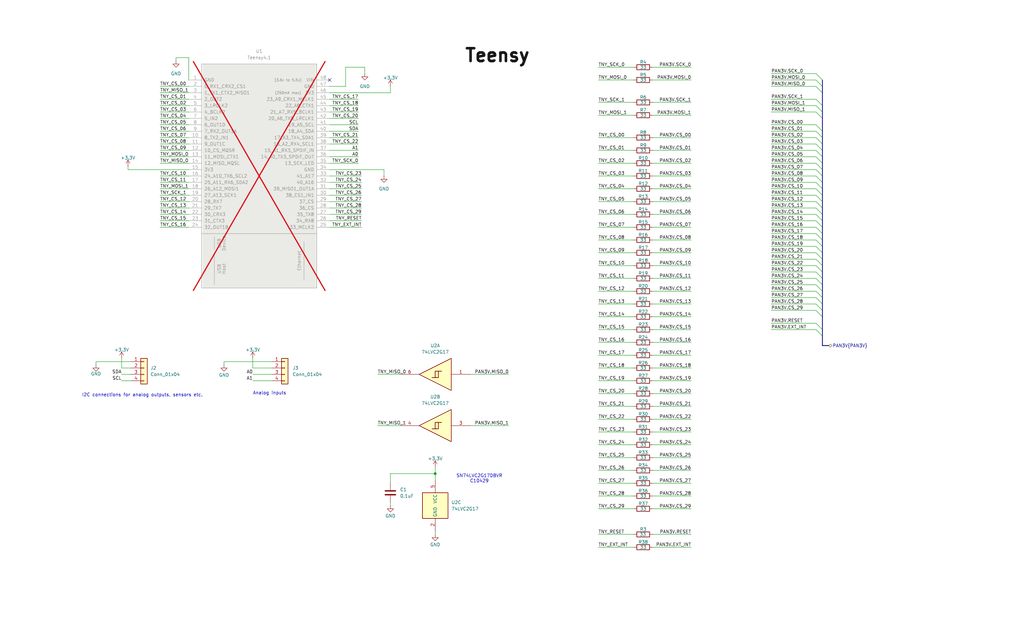
<source format=kicad_sch>
(kicad_sch (version 20231120) (generator "eeschema") (generator_version "8.0")
  (paper "User" 406.4 254)
  (title_block (title "12-12 Teensy G4.1 Arena Modular LED Display") (date "2024-12-23") (rev "v0.3") (company "IORodeo for Reiserlab @ Janelia"))
  (lib_symbols
    (symbol "74xGxx:74LVC2G17"
      (property "Reference" "U" (at -1.27 7.62 0))
      (property "Value" "74LVC2G17" (at 2.54 -7.62 0))
      (symbol "74LVC2G17_1_1"
        (pin input line (at -15.24 0 0) (length 7.62) (name "~") (number "1"))
        (pin output line (at 12.7 0 180) (length 7.62) (name "~") (number "6"))
      )
      (symbol "74LVC2G17_2_1"
        (pin input line (at -15.24 0 0) (length 7.62) (name "~") (number "3"))
        (pin output line (at 12.7 0 180) (length 7.62) (name "~") (number "4"))
      )
      (symbol "74LVC2G17_3_1"
        (pin power_in line (at 0 -10.16 90) (length 5.08) (name "GND") (number "2"))
        (pin power_in line (at 0 10.16 270) (length 5.08) (name "VCC") (number "5"))
      )
    )
    (symbol "Connector_Generic:Conn_01x04" (pin_names (offset 1.016) hide)
      (property "Reference" "J" (at 0 5.08 0))
      (property "Value" "Conn_01x04" (at 0 -7.62 0))
      (symbol "Conn_01x04_1_1"
        (pin passive line (at -5.08 2.54 0) (length 3.81) (name "Pin_1") (number "1"))
        (pin passive line (at -5.08 0 0) (length 3.81) (name "Pin_2") (number "2"))
        (pin passive line (at -5.08 -2.54 0) (length 3.81) (name "Pin_3") (number "3"))
        (pin passive line (at -5.08 -5.08 0) (length 3.81) (name "Pin_4") (number "4"))
      )
    )
    (symbol "Device:C" (pin_numbers hide) (pin_names (offset 0.254))
      (property "Reference" "C" (at 0.635 2.54 0))
      (property "Value" "C" (at 0.635 -2.54 0))
      (symbol "C_1_1"
        (pin passive line (at 0 3.81 270) (length 2.794) (name "~") (number "1"))
        (pin passive line (at 0 -3.81 90) (length 2.794) (name "~") (number "2"))
      )
    )
    (symbol "Device:R" (pin_numbers hide) (pin_names (offset 0))
      (property "Reference" "R" (at 2.032 0 90))
      (property "Value" "R" (at 0 0 90))
      (symbol "R_1_1"
        (pin passive line (at 0 3.81 270) (length 1.27) (name "~") (number "1"))
        (pin passive line (at 0 -3.81 90) (length 1.27) (name "~") (number "2"))
      )
    )
    (symbol "arena_custom:Teensy4.1" (pin_names (offset 1.016))
      (property "Reference" "U" (at 0 64.77 0))
      (property "Value" "Teensy4.1" (at 0 62.23 0))
      (symbol "Teensy4.1_0_0"
        (text "(250mA max)" (at 11.43 49.53 0) (effects (font (size 1.016 1.016))))
        (text "(3.6v to 5.5v)" (at 11.43 54.61 0) (effects (font (size 1.016 1.016))))
        (text "Device" (at -13.97 -10.16 900) (effects (font (size 1.27 1.27))))
        (text "Ethernet" (at 15.875 -17.145 900) (effects (font (size 1.27 1.27))))
        (text "Host" (at -13.97 -20.32 900) (effects (font (size 1.27 1.27))))
        (text "USB" (at -15.875 -20.32 900) (effects (font (size 1.27 1.27))))
        (text "USB" (at -15.875 -10.16 900) (effects (font (size 1.27 1.27))))
        (pin bidirectional line (at -27.94 31.75 0) (length 5.08) (name "8_TX2_IN1") (number "10"))
        (pin bidirectional line (at -27.94 29.21 0) (length 5.08) (name "9_OUT1C") (number "11"))
        (pin bidirectional line (at -27.94 26.67 0) (length 5.08) (name "10_CS_MQSR") (number "12"))
        (pin bidirectional line (at -27.94 24.13 0) (length 5.08) (name "11_MOSI_CTX1") (number "13"))
        (pin bidirectional line (at -27.94 21.59 0) (length 5.08) (name "12_MISO_MQSL") (number "14"))
        (pin power_in line (at -27.94 19.05 0) (length 5.08) (name "3V3") (number "15"))
        (pin bidirectional line (at -27.94 16.51 0) (length 5.08) (name "24_A10_TX6_SCL2") (number "16"))
        (pin bidirectional line (at -27.94 13.97 0) (length 5.08) (name "25_A11_RX6_SDA2") (number "17"))
        (pin bidirectional line (at -27.94 11.43 0) (length 5.08) (name "26_A12_MOSI1") (number "18"))
        (pin bidirectional line (at -27.94 8.89 0) (length 5.08) (name "27_A13_SCK1") (number "19"))
        (pin bidirectional line (at -27.94 6.35 0) (length 5.08) (name "28_RX7") (number "20"))
        (pin bidirectional line (at -27.94 3.81 0) (length 5.08) (name "29_TX7") (number "21"))
        (pin bidirectional line (at -27.94 1.27 0) (length 5.08) (name "30_CRX3") (number "22"))
        (pin bidirectional line (at -27.94 -1.27 0) (length 5.08) (name "31_CTX3") (number "23"))
        (pin bidirectional line (at -27.94 -3.81 0) (length 5.08) (name "32_OUT1B") (number "24"))
        (pin bidirectional line (at 27.94 -3.81 180) (length 5.08) (name "33_MCLK2") (number "25"))
        (pin bidirectional line (at 27.94 -1.27 180) (length 5.08) (name "34_RX8") (number "26"))
        (pin bidirectional line (at 27.94 1.27 180) (length 5.08) (name "35_TX8") (number "27"))
        (pin bidirectional line (at 27.94 3.81 180) (length 5.08) (name "36_CS") (number "28"))
        (pin bidirectional line (at 27.94 6.35 180) (length 5.08) (name "37_CS") (number "29"))
        (pin bidirectional line (at 27.94 8.89 180) (length 5.08) (name "38_CS1_IN1") (number "30"))
        (pin bidirectional line (at 27.94 11.43 180) (length 5.08) (name "39_MISO1_OUT1A") (number "31"))
        (pin bidirectional line (at 27.94 13.97 180) (length 5.08) (name "40_A16") (number "32"))
        (pin bidirectional line (at 27.94 16.51 180) (length 5.08) (name "41_A17") (number "33"))
        (pin bidirectional line (at 27.94 21.59 180) (length 5.08) (name "13_SCK_LED") (number "35"))
        (pin bidirectional line (at 27.94 24.13 180) (length 5.08) (name "14_A0_TX3_SPDIF_OUT") (number "36"))
        (pin bidirectional line (at 27.94 26.67 180) (length 5.08) (name "15_A1_RX3_SPDIF_IN") (number "37"))
        (pin bidirectional line (at 27.94 29.21 180) (length 5.08) (name "16_A2_RX4_SCL1") (number "38"))
        (pin bidirectional line (at 27.94 31.75 180) (length 5.08) (name "17_A3_TX4_SDA1") (number "39"))
        (pin bidirectional line (at 27.94 34.29 180) (length 5.08) (name "18_A4_SDA") (number "40"))
        (pin bidirectional line (at 27.94 36.83 180) (length 5.08) (name "19_A5_SCL") (number "41"))
        (pin bidirectional line (at 27.94 39.37 180) (length 5.08) (name "20_A6_TX5_LRCLK1") (number "42"))
        (pin bidirectional line (at 27.94 41.91 180) (length 5.08) (name "21_A7_RX5_BCLK1") (number "43"))
        (pin bidirectional line (at 27.94 44.45 180) (length 5.08) (name "22_A8_CTX1") (number "44"))
        (pin bidirectional line (at 27.94 46.99 180) (length 5.08) (name "23_A9_CRX1_MCLK1") (number "45"))
        (pin power_in line (at 27.94 54.61 180) (length 5.08) (name "VIN") (number "48"))
        (pin bidirectional line (at -27.94 44.45 0) (length 5.08) (name "3_LRCLK2") (number "5"))
        (pin bidirectional line (at -27.94 41.91 0) (length 5.08) (name "4_BCLK2") (number "6"))
        (pin bidirectional line (at -27.94 39.37 0) (length 5.08) (name "5_IN2") (number "7"))
        (pin bidirectional line (at -27.94 36.83 0) (length 5.08) (name "6_OUT1D") (number "8"))
        (pin bidirectional line (at -27.94 34.29 0) (length 5.08) (name "7_RX2_OUT1A") (number "9"))
      )
      (symbol "Teensy4.1_1_0"
        (pin power_out line (at 27.94 49.53 180) (length 5.08) (name "3V3") (number "46"))
        (pin power_in line (at 27.94 52.07 180) (length 5.08) (name "GND") (number "47"))
      )
      (symbol "Teensy4.1_1_1"
        (pin power_in line (at -27.94 54.61 0) (length 5.08) (name "GND") (number "1"))
        (pin bidirectional line (at -27.94 52.07 0) (length 5.08) (name "0_RX1_CRX2_CS1") (number "2"))
        (pin bidirectional line (at -27.94 49.53 0) (length 5.08) (name "1_TX1_CTX2_MISO1") (number "3"))
        (pin power_in line (at 27.94 19.05 180) (length 5.08) (name "GND") (number "34"))
        (pin bidirectional line (at -27.94 46.99 0) (length 5.08) (name "2_OUT2") (number "4"))
      )
    )
    (symbol "power:+3.3V" (power) (pin_names (offset 0))
      (property "Value" "+3.3V" (at 0 3.556 0))
      (symbol "+3.3V_1_1"
        (pin power_in line (at 0 0 90) (length 0) hide (name "+3.3V") (number "1"))
      )
    )
    (symbol "power:GND" (power) (pin_names (offset 0))
      (property "Value" "GND" (at 0 -3.81 0))
      (symbol "GND_1_1"
        (pin power_in line (at 0 0 270) (length 0) hide (name "GND") (number "1"))
      )
    )
  )
  (junction (at 172.72 187.96))
  (no_connect (at 130.81 31.75))
  (bus_entry (at 326.39 72.39) (size -2.54 -2.54))
  (bus_entry (at 326.39 59.69) (size -2.54 -2.54))
  (bus_entry (at 326.39 46.99) (size -2.54 -2.54))
  (bus_entry (at 323.85 118.11) (size 2.54 2.54))
  (bus_entry (at 326.39 69.85) (size -2.54 -2.54))
  (bus_entry (at 323.85 123.19) (size 2.54 2.54))
  (bus_entry (at 326.39 85.09) (size -2.54 -2.54))
  (bus_entry (at 326.39 34.29) (size -2.54 -2.54))
  (bus_entry (at 326.39 31.75) (size -2.54 -2.54))
  (bus_entry (at 323.85 110.49) (size 2.54 2.54))
  (bus_entry (at 323.85 105.41) (size 2.54 2.54))
  (bus_entry (at 326.39 87.63) (size -2.54 -2.54))
  (bus_entry (at 323.85 87.63) (size 2.54 2.54))
  (bus_entry (at 323.85 128.27) (size 2.54 2.54))
  (bus_entry (at 323.85 102.87) (size 2.54 2.54))
  (bus_entry (at 326.39 57.15) (size -2.54 -2.54))
  (bus_entry (at 326.39 67.31) (size -2.54 -2.54))
  (bus_entry (at 326.39 77.47) (size -2.54 -2.54))
  (bus_entry (at 326.39 64.77) (size -2.54 -2.54))
  (bus_entry (at 326.39 44.45) (size -2.54 -2.54))
  (bus_entry (at 326.39 54.61) (size -2.54 -2.54))
  (bus_entry (at 323.85 97.79) (size 2.54 2.54))
  (bus_entry (at 323.85 92.71) (size 2.54 2.54))
  (bus_entry (at 326.39 82.55) (size -2.54 -2.54))
  (bus_entry (at 326.39 80.01) (size -2.54 -2.54))
  (bus_entry (at 323.85 115.57) (size 2.54 2.54))
  (bus_entry (at 323.85 120.65) (size 2.54 2.54))
  (bus_entry (at 326.39 41.91) (size -2.54 -2.54))
  (bus_entry (at 323.85 90.17) (size 2.54 2.54))
  (bus_entry (at 323.85 95.25) (size 2.54 2.54))
  (bus_entry (at 323.85 107.95) (size 2.54 2.54))
  (bus_entry (at 323.85 113.03) (size 2.54 2.54))
  (bus_entry (at 326.39 74.93) (size -2.54 -2.54))
  (bus_entry (at 326.39 62.23) (size -2.54 -2.54))
  (bus_entry (at 323.85 130.81) (size 2.54 2.54))
  (bus_entry (at 323.85 100.33) (size 2.54 2.54))
  (bus_entry (at 326.39 52.07) (size -2.54 -2.54))
  (bus_entry (at 326.39 36.83) (size -2.54 -2.54))
  (wire (pts (xy 130.81 67.31) (xy 152.4 67.31)))
  (wire (pts (xy 259.08 90.17) (xy 274.32 90.17)))
  (wire (pts (xy 144.78 26.67) (xy 144.78 29.21)))
  (wire (pts (xy 50.8 67.31) (xy 50.8 66.04)))
  (wire (pts (xy 237.49 115.57) (xy 251.46 115.57)))
  (wire (pts (xy 130.81 74.93) (xy 143.51 74.93)))
  (wire (pts (xy 100.33 146.05) (xy 107.95 146.05)))
  (wire (pts (xy 323.85 69.85) (xy 306.07 69.85)))
  (bus (pts (xy 326.39 125.73) (xy 326.39 130.81)))
  (wire (pts (xy 63.5 44.45) (xy 74.93 44.45)))
  (wire (pts (xy 237.49 140.97) (xy 251.46 140.97)))
  (wire (pts (xy 237.49 146.05) (xy 251.46 146.05)))
  (wire (pts (xy 323.85 31.75) (xy 306.07 31.75)))
  (wire (pts (xy 237.49 156.21) (xy 251.46 156.21)))
  (wire (pts (xy 48.26 148.59) (xy 52.07 148.59)))
  (wire (pts (xy 323.85 115.57) (xy 306.07 115.57)))
  (wire (pts (xy 237.49 217.17) (xy 251.46 217.17)))
  (wire (pts (xy 323.85 85.09) (xy 306.07 85.09)))
  (bus (pts (xy 326.39 64.77) (xy 326.39 67.31)))
  (wire (pts (xy 237.49 64.77) (xy 251.46 64.77)))
  (bus (pts (xy 326.39 72.39) (xy 326.39 74.93)))
  (wire (pts (xy 130.81 82.55) (xy 143.51 82.55)))
  (wire (pts (xy 259.08 181.61) (xy 274.32 181.61)))
  (wire (pts (xy 237.49 26.67) (xy 251.46 26.67)))
  (wire (pts (xy 259.08 69.85) (xy 274.32 69.85)))
  (wire (pts (xy 63.5 64.77) (xy 74.93 64.77)))
  (wire (pts (xy 130.81 85.09) (xy 143.51 85.09)))
  (wire (pts (xy 137.16 34.29) (xy 137.16 26.67)))
  (wire (pts (xy 237.49 130.81) (xy 251.46 130.81)))
  (wire (pts (xy 172.72 187.96) (xy 172.72 190.5)))
  (wire (pts (xy 323.85 62.23) (xy 306.07 62.23)))
  (bus (pts (xy 326.39 54.61) (xy 326.39 57.15)))
  (wire (pts (xy 130.81 54.61) (xy 142.24 54.61)))
  (wire (pts (xy 323.85 67.31) (xy 306.07 67.31)))
  (wire (pts (xy 88.9 143.51) (xy 88.9 144.78)))
  (wire (pts (xy 259.08 140.97) (xy 274.32 140.97)))
  (bus (pts (xy 326.39 110.49) (xy 326.39 113.03)))
  (wire (pts (xy 63.5 74.93) (xy 74.93 74.93)))
  (wire (pts (xy 63.5 90.17) (xy 74.93 90.17)))
  (wire (pts (xy 259.08 191.77) (xy 274.32 191.77)))
  (wire (pts (xy 323.85 49.53) (xy 306.07 49.53)))
  (wire (pts (xy 259.08 80.01) (xy 274.32 80.01)))
  (wire (pts (xy 259.08 115.57) (xy 274.32 115.57)))
  (wire (pts (xy 237.49 31.75) (xy 251.46 31.75)))
  (wire (pts (xy 38.1 143.51) (xy 52.07 143.51)))
  (wire (pts (xy 63.5 36.83) (xy 74.93 36.83)))
  (wire (pts (xy 259.08 110.49) (xy 274.32 110.49)))
  (wire (pts (xy 259.08 196.85) (xy 274.32 196.85)))
  (wire (pts (xy 237.49 59.69) (xy 251.46 59.69)))
  (wire (pts (xy 63.5 72.39) (xy 74.93 72.39)))
  (wire (pts (xy 323.85 57.15) (xy 306.07 57.15)))
  (bus (pts (xy 326.39 69.85) (xy 326.39 72.39)))
  (wire (pts (xy 237.49 171.45) (xy 251.46 171.45)))
  (wire (pts (xy 259.08 201.93) (xy 274.32 201.93)))
  (wire (pts (xy 237.49 110.49) (xy 251.46 110.49)))
  (wire (pts (xy 149.86 168.91) (xy 158.75 168.91)))
  (wire (pts (xy 48.26 142.24) (xy 48.26 146.05)))
  (wire (pts (xy 48.26 146.05) (xy 52.07 146.05)))
  (bus (pts (xy 326.39 100.33) (xy 326.39 102.87)))
  (wire (pts (xy 259.08 161.29) (xy 274.32 161.29)))
  (wire (pts (xy 237.49 45.72) (xy 251.46 45.72)))
  (wire (pts (xy 63.5 82.55) (xy 74.93 82.55)))
  (wire (pts (xy 237.49 69.85) (xy 251.46 69.85)))
  (wire (pts (xy 259.08 151.13) (xy 274.32 151.13)))
  (wire (pts (xy 323.85 44.45) (xy 306.07 44.45)))
  (wire (pts (xy 259.08 85.09) (xy 274.32 85.09)))
  (wire (pts (xy 154.94 199.39) (xy 154.94 200.66)))
  (bus (pts (xy 326.39 59.69) (xy 326.39 62.23)))
  (wire (pts (xy 259.08 26.67) (xy 274.32 26.67)))
  (wire (pts (xy 74.93 67.31) (xy 50.8 67.31)))
  (wire (pts (xy 130.81 41.91) (xy 142.24 41.91)))
  (wire (pts (xy 48.26 151.13) (xy 52.07 151.13)))
  (wire (pts (xy 237.49 90.17) (xy 251.46 90.17)))
  (bus (pts (xy 326.39 85.09) (xy 326.39 87.63)))
  (wire (pts (xy 237.49 181.61) (xy 251.46 181.61)))
  (bus (pts (xy 326.39 34.29) (xy 326.39 36.83)))
  (bus (pts (xy 326.39 90.17) (xy 326.39 92.71)))
  (bus (pts (xy 326.39 92.71) (xy 326.39 95.25)))
  (wire (pts (xy 172.72 185.42) (xy 172.72 187.96)))
  (wire (pts (xy 74.93 22.86) (xy 74.93 31.75)))
  (wire (pts (xy 323.85 74.93) (xy 306.07 74.93)))
  (wire (pts (xy 130.81 69.85) (xy 143.51 69.85)))
  (wire (pts (xy 63.5 80.01) (xy 74.93 80.01)))
  (wire (pts (xy 259.08 54.61) (xy 274.32 54.61)))
  (wire (pts (xy 259.08 156.21) (xy 274.32 156.21)))
  (bus (pts (xy 326.39 31.75) (xy 326.39 34.29)))
  (wire (pts (xy 259.08 217.17) (xy 274.32 217.17)))
  (wire (pts (xy 237.49 186.69) (xy 251.46 186.69)))
  (wire (pts (xy 237.49 191.77) (xy 251.46 191.77)))
  (wire (pts (xy 186.69 148.59) (xy 201.93 148.59)))
  (wire (pts (xy 306.07 123.19) (xy 323.85 123.19)))
  (bus (pts (xy 326.39 67.31) (xy 326.39 69.85)))
  (wire (pts (xy 306.07 118.11) (xy 323.85 118.11)))
  (wire (pts (xy 63.5 46.99) (xy 74.93 46.99)))
  (wire (pts (xy 63.5 54.61) (xy 74.93 54.61)))
  (wire (pts (xy 130.81 80.01) (xy 143.51 80.01)))
  (wire (pts (xy 259.08 95.25) (xy 274.32 95.25)))
  (wire (pts (xy 130.81 72.39) (xy 143.51 72.39)))
  (wire (pts (xy 100.33 142.24) (xy 100.33 146.05)))
  (wire (pts (xy 306.07 90.17) (xy 323.85 90.17)))
  (wire (pts (xy 63.5 85.09) (xy 74.93 85.09)))
  (wire (pts (xy 306.07 110.49) (xy 323.85 110.49)))
  (bus (pts (xy 326.39 44.45) (xy 326.39 46.99)))
  (wire (pts (xy 323.85 29.21) (xy 306.07 29.21)))
  (wire (pts (xy 259.08 135.89) (xy 274.32 135.89)))
  (wire (pts (xy 63.5 77.47) (xy 74.93 77.47)))
  (wire (pts (xy 306.07 130.81) (xy 323.85 130.81)))
  (wire (pts (xy 130.81 64.77) (xy 142.24 64.77)))
  (wire (pts (xy 237.49 80.01) (xy 251.46 80.01)))
  (wire (pts (xy 63.5 39.37) (xy 74.93 39.37)))
  (wire (pts (xy 306.07 97.79) (xy 323.85 97.79)))
  (wire (pts (xy 130.81 87.63) (xy 143.51 87.63)))
  (wire (pts (xy 237.49 166.37) (xy 251.46 166.37)))
  (wire (pts (xy 306.07 128.27) (xy 323.85 128.27)))
  (wire (pts (xy 323.85 105.41) (xy 306.07 105.41)))
  (wire (pts (xy 237.49 176.53) (xy 251.46 176.53)))
  (wire (pts (xy 130.81 52.07) (xy 142.24 52.07)))
  (bus (pts (xy 326.39 82.55) (xy 326.39 85.09)))
  (wire (pts (xy 323.85 72.39) (xy 306.07 72.39)))
  (bus (pts (xy 326.39 97.79) (xy 326.39 100.33)))
  (wire (pts (xy 149.86 148.59) (xy 158.75 148.59)))
  (bus (pts (xy 326.39 113.03) (xy 326.39 115.57)))
  (wire (pts (xy 63.5 41.91) (xy 74.93 41.91)))
  (bus (pts (xy 326.39 120.65) (xy 326.39 123.19)))
  (wire (pts (xy 130.81 62.23) (xy 142.24 62.23)))
  (wire (pts (xy 63.5 87.63) (xy 74.93 87.63)))
  (wire (pts (xy 237.49 135.89) (xy 251.46 135.89)))
  (wire (pts (xy 259.08 100.33) (xy 274.32 100.33)))
  (wire (pts (xy 237.49 120.65) (xy 251.46 120.65)))
  (wire (pts (xy 323.85 34.29) (xy 306.07 34.29)))
  (wire (pts (xy 100.33 151.13) (xy 107.95 151.13)))
  (wire (pts (xy 259.08 105.41) (xy 274.32 105.41)))
  (bus (pts (xy 326.39 46.99) (xy 326.39 52.07)))
  (bus (pts (xy 326.39 115.57) (xy 326.39 118.11)))
  (wire (pts (xy 259.08 176.53) (xy 274.32 176.53)))
  (wire (pts (xy 237.49 85.09) (xy 251.46 85.09)))
  (bus (pts (xy 326.39 105.41) (xy 326.39 107.95)))
  (bus (pts (xy 326.39 107.95) (xy 326.39 110.49)))
  (wire (pts (xy 130.81 34.29) (xy 137.16 34.29)))
  (wire (pts (xy 63.5 69.85) (xy 74.93 69.85)))
  (bus (pts (xy 326.39 137.16) (xy 328.93 137.16)))
  (wire (pts (xy 38.1 143.51) (xy 38.1 144.78)))
  (wire (pts (xy 306.07 102.87) (xy 323.85 102.87)))
  (wire (pts (xy 154.94 36.83) (xy 154.94 34.29)))
  (wire (pts (xy 237.49 125.73) (xy 251.46 125.73)))
  (wire (pts (xy 63.5 52.07) (xy 74.93 52.07)))
  (wire (pts (xy 130.81 39.37) (xy 142.24 39.37)))
  (bus (pts (xy 326.39 130.81) (xy 326.39 133.35)))
  (wire (pts (xy 306.07 95.25) (xy 323.85 95.25)))
  (wire (pts (xy 259.08 59.69) (xy 274.32 59.69)))
  (bus (pts (xy 326.39 95.25) (xy 326.39 97.79)))
  (wire (pts (xy 237.49 161.29) (xy 251.46 161.29)))
  (wire (pts (xy 323.85 77.47) (xy 306.07 77.47)))
  (wire (pts (xy 154.94 187.96) (xy 172.72 187.96)))
  (bus (pts (xy 326.39 52.07) (xy 326.39 54.61)))
  (wire (pts (xy 306.07 113.03) (xy 323.85 113.03)))
  (wire (pts (xy 259.08 186.69) (xy 274.32 186.69)))
  (wire (pts (xy 130.81 57.15) (xy 142.24 57.15)))
  (wire (pts (xy 259.08 146.05) (xy 274.32 146.05)))
  (wire (pts (xy 306.07 64.77) (xy 323.85 64.77)))
  (wire (pts (xy 259.08 31.75) (xy 274.32 31.75)))
  (wire (pts (xy 186.69 168.91) (xy 201.93 168.91)))
  (wire (pts (xy 306.07 100.33) (xy 323.85 100.33)))
  (wire (pts (xy 306.07 120.65) (xy 323.85 120.65)))
  (wire (pts (xy 323.85 87.63) (xy 306.07 87.63)))
  (bus (pts (xy 326.39 80.01) (xy 326.39 82.55)))
  (wire (pts (xy 323.85 80.01) (xy 306.07 80.01)))
  (bus (pts (xy 326.39 102.87) (xy 326.39 105.41)))
  (wire (pts (xy 259.08 74.93) (xy 274.32 74.93)))
  (wire (pts (xy 237.49 196.85) (xy 251.46 196.85)))
  (wire (pts (xy 237.49 54.61) (xy 251.46 54.61)))
  (bus (pts (xy 326.39 123.19) (xy 326.39 125.73)))
  (wire (pts (xy 130.81 36.83) (xy 154.94 36.83)))
  (wire (pts (xy 323.85 82.55) (xy 306.07 82.55)))
  (wire (pts (xy 237.49 95.25) (xy 251.46 95.25)))
  (wire (pts (xy 259.08 120.65) (xy 274.32 120.65)))
  (bus (pts (xy 326.39 87.63) (xy 326.39 90.17)))
  (wire (pts (xy 259.08 212.09) (xy 274.32 212.09)))
  (bus (pts (xy 326.39 41.91) (xy 326.39 44.45)))
  (wire (pts (xy 306.07 92.71) (xy 323.85 92.71)))
  (wire (pts (xy 130.81 49.53) (xy 142.24 49.53)))
  (bus (pts (xy 326.39 77.47) (xy 326.39 80.01)))
  (wire (pts (xy 237.49 201.93) (xy 251.46 201.93)))
  (wire (pts (xy 130.81 44.45) (xy 142.24 44.45)))
  (wire (pts (xy 237.49 40.64) (xy 251.46 40.64)))
  (wire (pts (xy 237.49 100.33) (xy 251.46 100.33)))
  (wire (pts (xy 63.5 59.69) (xy 74.93 59.69)))
  (wire (pts (xy 259.08 64.77) (xy 274.32 64.77)))
  (wire (pts (xy 237.49 151.13) (xy 251.46 151.13)))
  (wire (pts (xy 259.08 166.37) (xy 274.32 166.37)))
  (wire (pts (xy 88.9 143.51) (xy 107.95 143.51)))
  (bus (pts (xy 326.39 57.15) (xy 326.39 59.69)))
  (bus (pts (xy 326.39 133.35) (xy 326.39 137.16)))
  (wire (pts (xy 323.85 39.37) (xy 306.07 39.37)))
  (bus (pts (xy 326.39 118.11) (xy 326.39 120.65)))
  (wire (pts (xy 259.08 125.73) (xy 274.32 125.73)))
  (wire (pts (xy 323.85 52.07) (xy 306.07 52.07)))
  (wire (pts (xy 130.81 90.17) (xy 143.51 90.17)))
  (wire (pts (xy 69.85 22.86) (xy 69.85 24.13)))
  (wire (pts (xy 259.08 45.72) (xy 274.32 45.72)))
  (wire (pts (xy 137.16 26.67) (xy 144.78 26.67)))
  (wire (pts (xy 306.07 107.95) (xy 323.85 107.95)))
  (wire (pts (xy 323.85 41.91) (xy 306.07 41.91)))
  (wire (pts (xy 323.85 54.61) (xy 306.07 54.61)))
  (wire (pts (xy 63.5 34.29) (xy 74.93 34.29)))
  (bus (pts (xy 326.39 74.93) (xy 326.39 77.47)))
  (wire (pts (xy 237.49 74.93) (xy 251.46 74.93)))
  (wire (pts (xy 237.49 105.41) (xy 251.46 105.41)))
  (wire (pts (xy 152.4 67.31) (xy 152.4 69.85)))
  (wire (pts (xy 154.94 187.96) (xy 154.94 191.77)))
  (wire (pts (xy 100.33 148.59) (xy 107.95 148.59)))
  (wire (pts (xy 259.08 171.45) (xy 274.32 171.45)))
  (wire (pts (xy 63.5 57.15) (xy 74.93 57.15)))
  (wire (pts (xy 237.49 212.09) (xy 251.46 212.09)))
  (wire (pts (xy 63.5 49.53) (xy 74.93 49.53)))
  (wire (pts (xy 130.81 59.69) (xy 142.24 59.69)))
  (wire (pts (xy 323.85 59.69) (xy 306.07 59.69)))
  (wire (pts (xy 63.5 62.23) (xy 74.93 62.23)))
  (wire (pts (xy 172.72 210.82) (xy 172.72 212.09)))
  (bus (pts (xy 326.39 36.83) (xy 326.39 41.91)))
  (wire (pts (xy 130.81 77.47) (xy 143.51 77.47)))
  (wire (pts (xy 69.85 22.86) (xy 74.93 22.86)))
  (wire (pts (xy 259.08 40.64) (xy 274.32 40.64)))
  (bus (pts (xy 326.39 62.23) (xy 326.39 64.77)))
  (wire (pts (xy 130.81 46.99) (xy 142.24 46.99)))
  (wire (pts (xy 259.08 130.81) (xy 274.32 130.81)))
  (text "Analog inputs" (at 100.33 156.845 0) (effects (font (size 1.27 1.27)) (justify left bottom)))
  (text "I2C connections for analog outputs, sensors etc. " (at 32.512 157.607 0) (effects (font (size 1.27 1.27)) (justify left bottom)))
  (text "SN74LVC2G17DBVR\nC10429" (at 190.246 189.992 0) (effects (font (size 1.27 1.27))))
  (label "PAN3V.CS_28" (at 274.32 196.85 180))
  (label "TNY_SCK_1" (at 237.49 40.64 0))
  (label "TNY_CS_17" (at 237.49 140.97 0))
  (label "TNY_CS_11" (at 237.49 110.49 0))
  (label "TNY_MOSI_1" (at 63.5 74.93 0))
  (label "PAN3V.CS_03" (at 274.32 69.85 180))
  (label "SDA" (at 48.26 148.59 180))
  (label "TNY_MOSI_0" (at 237.49 31.75 0))
  (label "PAN3V.RESET" (at 274.32 212.09 180))
  (label "TNY_SCK_0" (at 142.24 64.77 180))
  (label "PAN3V.CS_26" (at 274.32 186.69 180))
  (label "TNY_CS_17" (at 142.24 39.37 180))
  (label "PAN3V.CS_17" (at 274.32 140.97 180))
  (label "PAN3V.CS_06" (at 306.07 64.77 0))
  (label "TNY_CS_28" (at 143.51 82.55 180))
  (label "TNY_CS_27" (at 237.49 191.77 0))
  (label "TNY_CS_18" (at 142.24 41.91 180))
  (label "TNY_SCK_0" (at 237.49 26.67 0))
  (label "TNY_CS_02" (at 63.5 41.91 0))
  (label "A1" (at 100.33 151.13 180))
  (label "TNY_CS_10" (at 63.5 69.85 0))
  (label "TNY_CS_01" (at 237.49 59.69 0))
  (label "PAN3V.MISO_0" (at 306.07 34.29 0))
  (label "TNY_CS_00" (at 63.5 34.29 0))
  (label "PAN3V.CS_23" (at 306.07 107.95 0))
  (label "TNY_CS_05" (at 63.5 49.53 0))
  (label "TNY_MISO_1" (at 149.86 168.91 0))
  (label "PAN3V.CS_27" (at 274.32 191.77 180))
  (label "TNY_CS_28" (at 237.49 196.85 0))
  (label "PAN3V.CS_21" (at 274.32 161.29 180))
  (label "TNY_CS_06" (at 63.5 52.07 0))
  (label "PAN3V.MOSI_1" (at 306.07 41.91 0))
  (label "PAN3V.CS_04" (at 306.07 59.69 0))
  (label "PAN3V.CS_25" (at 274.32 181.61 180))
  (label "PAN3V.CS_22" (at 274.32 166.37 180))
  (label "PAN3V.CS_03" (at 306.07 57.15 0))
  (label "TNY_CS_29" (at 143.51 85.09 180))
  (label "TNY_CS_07" (at 63.5 54.61 0))
  (label "PAN3V.CS_00" (at 274.32 54.61 180))
  (label "PAN3V.CS_16" (at 274.32 135.89 180))
  (label "PAN3V.SCK_1" (at 306.07 39.37 0))
  (label "PAN3V.CS_06" (at 274.32 85.09 180))
  (label "PAN3V.CS_02" (at 306.07 54.61 0))
  (label "PAN3V.CS_24" (at 306.07 110.49 0))
  (label "TNY_EXT_INT" (at 237.49 217.17 0))
  (label "TNY_CS_13" (at 237.49 120.65 0))
  (label "TNY_MOSI_0" (at 63.5 62.23 0))
  (label "PAN3V.CS_12" (at 306.07 80.01 0))
  (label "PAN3V.CS_14" (at 306.07 85.09 0))
  (label "TNY_CS_18" (at 237.49 146.05 0))
  (label "PAN3V.CS_00" (at 306.07 49.53 0))
  (label "TNY_CS_08" (at 63.5 57.15 0))
  (label "PAN3V.CS_24" (at 274.32 176.53 180))
  (label "TNY_CS_16" (at 63.5 90.17 0))
  (label "PAN3V.CS_09" (at 274.32 100.33 180))
  (label "SDA" (at 142.24 52.07 180))
  (label "PAN3V.CS_11" (at 306.07 77.47 0))
  (label "TNY_CS_14" (at 237.49 125.73 0))
  (label "TNY_CS_07" (at 237.49 90.17 0))
  (label "PAN3V.CS_27" (at 306.07 118.11 0))
  (label "PAN3V.CS_08" (at 274.32 95.25 180))
  (label "TNY_CS_19" (at 237.49 151.13 0))
  (label "TNY_CS_22" (at 142.24 57.15 180))
  (label "TNY_CS_01" (at 63.5 39.37 0))
  (label "TNY_CS_12" (at 237.49 115.57 0))
  (label "TNY_CS_03" (at 63.5 44.45 0))
  (label "PAN3V.CS_21" (at 306.07 102.87 0))
  (label "PAN3V.SCK_0" (at 274.32 26.67 180))
  (label "TNY_CS_19" (at 142.24 44.45 180))
  (label "PAN3V.CS_01" (at 274.32 59.69 180))
  (label "PAN3V.CS_04" (at 274.32 74.93 180))
  (label "PAN3V.CS_19" (at 274.32 151.13 180))
  (label "TNY_CS_20" (at 237.49 156.21 0))
  (label "PAN3V.CS_16" (at 306.07 90.17 0))
  (label "PAN3V.EXT_INT" (at 274.32 217.17 180))
  (label "TNY_CS_12" (at 63.5 80.01 0))
  (label "PAN3V.CS_05" (at 306.07 62.23 0))
  (label "TNY_CS_15" (at 237.49 130.81 0))
  (label "TNY_CS_27" (at 143.51 80.01 180))
  (label "PAN3V.EXT_INT" (at 306.07 130.81 0))
  (label "PAN3V.CS_13" (at 274.32 120.65 180))
  (label "Teensy" (at 184.15 26.67 0) (effects (font (size 5.08 5.08) (thickness 1.016) (bold yes))))
  (label "PAN3V.CS_26" (at 306.07 115.57 0))
  (label "TNY_SCK_1" (at 63.5 77.47 0))
  (label "PAN3V.CS_20" (at 274.32 156.21 180))
  (label "TNY_CS_24" (at 237.49 176.53 0))
  (label "TNY_CS_04" (at 237.49 74.93 0))
  (label "TNY_CS_20" (at 142.24 46.99 180))
  (label "TNY_CS_24" (at 143.51 72.39 180))
  (label "PAN3V.CS_18" (at 274.32 146.05 180))
  (label "PAN3V.CS_12" (at 274.32 115.57 180))
  (label "TNY_CS_14" (at 63.5 85.09 0))
  (label "PAN3V.CS_13" (at 306.07 82.55 0))
  (label "TNY_CS_25" (at 143.51 74.93 180))
  (label "PAN3V.CS_28" (at 306.07 120.65 0))
  (label "PAN3V.MOSI_1" (at 274.32 45.72 180))
  (label "TNY_RESET" (at 237.49 212.09 0))
  (label "TNY_CS_16" (at 237.49 135.89 0))
  (label "PAN3V.MOSI_0" (at 274.32 31.75 180))
  (label "TNY_CS_22" (at 237.49 166.37 0))
  (label "PAN3V.CS_25" (at 306.07 113.03 0))
  (label "PAN3V.CS_10" (at 306.07 74.93 0))
  (label "PAN3V.CS_08" (at 306.07 69.85 0))
  (label "TNY_MISO_0" (at 149.86 148.59 0))
  (label "PAN3V.CS_14" (at 274.32 125.73 180))
  (label "PAN3V.CS_07" (at 274.32 90.17 180))
  (label "PAN3V.CS_29" (at 306.07 123.19 0))
  (label "TNY_CS_29" (at 237.49 201.93 0))
  (label "SCL" (at 48.26 151.13 180))
  (label "PAN3V.CS_20" (at 306.07 100.33 0))
  (label "TNY_RESET" (at 143.51 87.63 180))
  (label "PAN3V.CS_09" (at 306.07 72.39 0))
  (label "PAN3V.MISO_0" (at 201.93 148.59 180))
  (label "PAN3V.CS_17" (at 306.07 92.71 0))
  (label "TNY_CS_04" (at 63.5 46.99 0))
  (label "TNY_CS_15" (at 63.5 87.63 0))
  (label "PAN3V.MISO_1" (at 306.07 44.45 0))
  (label "TNY_CS_06" (at 237.49 85.09 0))
  (label "PAN3V.CS_29" (at 274.32 201.93 180))
  (label "A0" (at 100.33 148.59 180))
  (label "TNY_CS_08" (at 237.49 95.25 0))
  (label "TNY_CS_11" (at 63.5 72.39 0))
  (label "TNY_CS_21" (at 142.24 54.61 180))
  (label "TNY_CS_05" (at 237.49 80.01 0))
  (label "TNY_CS_09" (at 237.49 100.33 0))
  (label "PAN3V.CS_07" (at 306.07 67.31 0))
  (label "TNY_CS_26" (at 143.51 77.47 180))
  (label "A0" (at 142.24 62.23 180))
  (label "PAN3V.CS_18" (at 306.07 95.25 0))
  (label "PAN3V.CS_02" (at 274.32 64.77 180))
  (label "TNY_CS_10" (at 237.49 105.41 0))
  (label "TNY_CS_21" (at 237.49 161.29 0))
  (label "TNY_CS_13" (at 63.5 82.55 0))
  (label "PAN3V.CS_01" (at 306.07 52.07 0))
  (label "TNY_CS_03" (at 237.49 69.85 0))
  (label "PAN3V.MISO_1" (at 201.93 168.91 180))
  (label "TNY_CS_02" (at 237.49 64.77 0))
  (label "TNY_CS_00" (at 237.49 54.61 0))
  (label "PAN3V.CS_10" (at 274.32 105.41 180))
  (label "A1" (at 142.24 59.69 180))
  (label "PAN3V.CS_05" (at 274.32 80.01 180))
  (label "TNY_CS_23" (at 143.51 69.85 180))
  (label "TNY_MISO_0" (at 63.5 64.77 0))
  (label "PAN3V.CS_19" (at 306.07 97.79 0))
  (label "TNY_CS_26" (at 237.49 186.69 0))
  (label "PAN3V.CS_15" (at 274.32 130.81 180))
  (label "PAN3V.CS_11" (at 274.32 110.49 180))
  (label "PAN3V.CS_22" (at 306.07 105.41 0))
  (label "TNY_EXT_INT" (at 143.51 90.17 180))
  (label "TNY_MOSI_1" (at 237.49 45.72 0))
  (label "PAN3V.CS_15" (at 306.07 87.63 0))
  (label "PAN3V.MOSI_0" (at 306.07 31.75 0))
  (label "TNY_CS_23" (at 237.49 171.45 0))
  (label "PAN3V.RESET" (at 306.07 128.27 0))
  (label "PAN3V.CS_23" (at 274.32 171.45 180))
  (label "SCL" (at 142.24 49.53 180))
  (label "PAN3V.SCK_1" (at 274.32 40.64 180))
  (label "TNY_CS_25" (at 237.49 181.61 0))
  (label "TNY_MISO_1" (at 63.5 36.83 0))
  (label "PAN3V.SCK_0" (at 306.07 29.21 0))
  (label "TNY_CS_09" (at 63.5 59.69 0))
  (hierarchical_label "PAN3V{PAN3V}" (shape bidirectional) (at 328.93 137.16 0))
  (symbol (lib_id "power:GND") (at 38.1 144.78 0) (mirror y) (unit 1)
    (property "Reference" "#PWR01" (effects (hide yes)))
    (property "Value" "GND" (at 38.1 148.336 0))
  )
  (symbol (lib_id "Device:R") (at 255.27 146.05 90) (unit 1)
    (property "Reference" "R26" (at 255.27 144.018 90))
    (property "Value" "33" (at 255.27 146.05 90))
    (property "Footprint" "Resistor_SMD:R_0402_1005Metric" (effects (hide yes)))
    (property "Datasheet" "https://octopart.com/datasheet/0402wgf330jtce-royal+ohm-61710468" (effects (hide yes)))
    (property "Description" "Resistor" (effects (hide yes)))
    (property "MPN" "0402WGF330JTCE" (effects (hide yes)))
    (property "LCSC Part #" "C25105" (effects (hide yes)))
  )
  (symbol (lib_id "Device:R") (at 255.27 181.61 90) (unit 1)
    (property "Reference" "R33" (at 255.27 179.578 90))
    (property "Value" "33" (at 255.27 181.61 90))
    (property "Footprint" "Resistor_SMD:R_0402_1005Metric" (effects (hide yes)))
    (property "Datasheet" "https://octopart.com/datasheet/0402wgf330jtce-royal+ohm-61710468" (effects (hide yes)))
    (property "Description" "Resistor" (effects (hide yes)))
    (property "MPN" "0402WGF330JTCE" (effects (hide yes)))
    (property "LCSC Part #" "C25105" (effects (hide yes)))
  )
  (symbol (lib_id "Device:R") (at 255.27 110.49 90) (unit 1)
    (property "Reference" "R19" (at 255.27 108.458 90))
    (property "Value" "33" (at 255.27 110.49 90))
    (property "Footprint" "Resistor_SMD:R_0402_1005Metric" (effects (hide yes)))
    (property "Datasheet" "https://octopart.com/datasheet/0402wgf330jtce-royal+ohm-61710468" (effects (hide yes)))
    (property "Description" "Resistor" (effects (hide yes)))
    (property "MPN" "0402WGF330JTCE" (effects (hide yes)))
    (property "LCSC Part #" "C25105" (effects (hide yes)))
  )
  (symbol (lib_id "Connector_Generic:Conn_01x04") (at 113.03 146.05 0) (unit 1)
    (property "Reference" "J3" (at 116.078 146.05 0) (effects (justify left)))
    (property "Value" "Conn_01x04" (at 116.078 148.59 0) (effects (justify left)))
    (property "Footprint" "arena_custom:JST_SH_SM04B-SRSS-TB_1x04-1MP_P1.00mm_Horizontal" (effects (hide yes)))
    (property "Datasheet" "https://octopart.com/datasheet/sm04b-srss-tb%28lf%29%28sn%29-jst-289307" (effects (hide yes)))
    (property "DigiKey PN" "455-SM04B-SRSS-TBTR-ND" (effects (hide yes)))
    (property "MPN" "SM04B-SRSS-TB" (effects (hide yes)))
    (property "LCSC Part #" "C145956" (effects (hide yes)))
  )
  (symbol (lib_id "Device:R") (at 255.27 40.64 90) (unit 1)
    (property "Reference" "R6" (at 255.27 38.608 90))
    (property "Value" "33" (at 255.27 40.64 90))
    (property "Footprint" "Resistor_SMD:R_0402_1005Metric" (effects (hide yes)))
    (property "Datasheet" "https://octopart.com/datasheet/0402wgf330jtce-royal+ohm-61710468" (effects (hide yes)))
    (property "Description" "Resistor" (effects (hide yes)))
    (property "MPN" "0402WGF330JTCE" (effects (hide yes)))
    (property "LCSC Part #" "C25105" (effects (hide yes)))
  )
  (symbol (lib_id "Device:R") (at 255.27 59.69 90) (unit 1)
    (property "Reference" "R9" (at 255.27 57.658 90))
    (property "Value" "33" (at 255.27 59.69 90))
    (property "Footprint" "Resistor_SMD:R_0402_1005Metric" (effects (hide yes)))
    (property "Datasheet" "https://octopart.com/datasheet/0402wgf330jtce-royal+ohm-61710468" (effects (hide yes)))
    (property "Description" "Resistor" (effects (hide yes)))
    (property "MPN" "0402WGF330JTCE" (effects (hide yes)))
    (property "LCSC Part #" "C25105" (effects (hide yes)))
  )
  (symbol (lib_id "power:+3.3V") (at 48.26 142.24 0) (unit 1)
    (property "Reference" "#PWR019" (effects (hide yes)))
    (property "Value" "+3.3V" (at 48.26 138.811 0))
  )
  (symbol (lib_id "Device:R") (at 255.27 217.17 90) (unit 1)
    (property "Reference" "R38" (at 255.27 215.138 90))
    (property "Value" "33" (at 255.27 217.17 90))
    (property "Footprint" "Resistor_SMD:R_0402_1005Metric" (effects (hide yes)))
    (property "Datasheet" "https://octopart.com/datasheet/0402wgf330jtce-royal+ohm-61710468" (effects (hide yes)))
    (property "Description" "Resistor" (effects (hide yes)))
    (property "MPN" "0402WGF330JTCE" (effects (hide yes)))
    (property "LCSC Part #" "C25105" (effects (hide yes)))
  )
  (symbol (lib_id "Device:R") (at 255.27 120.65 90) (unit 1)
    (property "Reference" "R21" (at 255.27 118.618 90))
    (property "Value" "33" (at 255.27 120.65 90))
    (property "Footprint" "Resistor_SMD:R_0402_1005Metric" (effects (hide yes)))
    (property "Datasheet" "https://octopart.com/datasheet/0402wgf330jtce-royal+ohm-61710468" (effects (hide yes)))
    (property "Description" "Resistor" (effects (hide yes)))
    (property "MPN" "0402WGF330JTCE" (effects (hide yes)))
    (property "LCSC Part #" "C25105" (effects (hide yes)))
  )
  (symbol (lib_id "Device:R") (at 255.27 26.67 90) (unit 1)
    (property "Reference" "R4" (at 255.27 24.638 90))
    (property "Value" "33" (at 255.27 26.67 90))
    (property "Footprint" "Resistor_SMD:R_0402_1005Metric" (effects (hide yes)))
    (property "Datasheet" "https://octopart.com/datasheet/0402wgf330jtce-royal+ohm-61710468" (effects (hide yes)))
    (property "Description" "Resistor" (effects (hide yes)))
    (property "MPN" "0402WGF330JTCE" (effects (hide yes)))
    (property "LCSC Part #" "C25105" (effects (hide yes)))
  )
  (symbol (lib_id "74xGxx:74LVC2G17") (at 171.45 168.91 0) (mirror y) (unit 2)
    (property "Reference" "U2" (at 172.72 157.48 0))
    (property "Value" "74LVC2G17" (at 172.72 160.02 0))
    (property "Footprint" "Package_TO_SOT_SMD:SOT-23-6" (effects (hide yes)))
    (property "Datasheet" "http://www.ti.com/lit/sg/scyt129e/scyt129e.pdf" (effects (hide yes)))
    (property "Description" "Dual Buffer Schmitt Triggered, Low-Voltage CMOS" (effects (hide yes)))
    (property "DigiKey PN" "296-SN74LVC2G17DBVRTR-ND" (effects (hide yes)))
    (property "MPN" "SN74LVC2G17DBVR" (effects (hide yes)))
    (property "LCSC Part #" "C10429" (effects (hide yes)))
  )
  (symbol (lib_id "arena_custom:Teensy4.1") (at 102.87 86.36 0) (unit 1) (dnp yes)
    (property "Reference" "U1" (at 102.87 20.32 0))
    (property "Value" "Teensy4.1" (at 102.87 22.86 0))
    (property "Footprint" "teensy:Teensy41_outer_only" (effects (hide yes)))
  )
  (symbol (lib_id "Device:R") (at 255.27 130.81 90) (unit 1)
    (property "Reference" "R23" (at 255.27 128.778 90))
    (property "Value" "33" (at 255.27 130.81 90))
    (property "Footprint" "Resistor_SMD:R_0402_1005Metric" (effects (hide yes)))
    (property "Datasheet" "https://octopart.com/datasheet/0402wgf330jtce-royal+ohm-61710468" (effects (hide yes)))
    (property "Description" "Resistor" (effects (hide yes)))
    (property "MPN" "0402WGF330JTCE" (effects (hide yes)))
    (property "LCSC Part #" "C25105" (effects (hide yes)))
  )
  (symbol (lib_id "Device:R") (at 255.27 166.37 90) (unit 1)
    (property "Reference" "R30" (at 255.27 164.338 90))
    (property "Value" "33" (at 255.27 166.37 90))
    (property "Footprint" "Resistor_SMD:R_0402_1005Metric" (effects (hide yes)))
    (property "Datasheet" "https://octopart.com/datasheet/0402wgf330jtce-royal+ohm-61710468" (effects (hide yes)))
    (property "Description" "Resistor" (effects (hide yes)))
    (property "MPN" "0402WGF330JTCE" (effects (hide yes)))
    (property "LCSC Part #" "C25105" (effects (hide yes)))
  )
  (symbol (lib_id "Device:R") (at 255.27 31.75 90) (unit 1)
    (property "Reference" "R5" (at 255.27 29.718 90))
    (property "Value" "33" (at 255.27 31.75 90))
    (property "Footprint" "Resistor_SMD:R_0402_1005Metric" (effects (hide yes)))
    (property "Datasheet" "https://octopart.com/datasheet/0402wgf330jtce-royal+ohm-61710468" (effects (hide yes)))
    (property "Description" "Resistor" (effects (hide yes)))
    (property "MPN" "0402WGF330JTCE" (effects (hide yes)))
    (property "LCSC Part #" "C25105" (effects (hide yes)))
  )
  (symbol (lib_id "Device:R") (at 255.27 156.21 90) (unit 1)
    (property "Reference" "R28" (at 255.27 154.178 90))
    (property "Value" "33" (at 255.27 156.21 90))
    (property "Footprint" "Resistor_SMD:R_0402_1005Metric" (effects (hide yes)))
    (property "Datasheet" "https://octopart.com/datasheet/0402wgf330jtce-royal+ohm-61710468" (effects (hide yes)))
    (property "Description" "Resistor" (effects (hide yes)))
    (property "MPN" "0402WGF330JTCE" (effects (hide yes)))
    (property "LCSC Part #" "C25105" (effects (hide yes)))
  )
  (symbol (lib_id "Device:C") (at 154.94 195.58 0) (unit 1)
    (property "Reference" "C1" (at 158.75 194.3099 0) (effects (justify left)))
    (property "Value" "0.1uF" (at 158.75 196.8499 0) (effects (justify left)))
    (property "Footprint" "Capacitor_SMD:C_0402_1005Metric" (effects (hide yes)))
    (property "Datasheet" "https://octopart.com/datasheet/cl05b104ko5nnnc-samsung-9299366" (effects (hide yes)))
    (property "Description" "Unpolarized capacitor" (effects (hide yes)))
    (property "DigiKey PN" "1276-1001-2-ND" (effects (hide yes)))
    (property "MPN" "CL05B104KO5NNNC" (effects (hide yes)))
    (property "LCSC Part #" "C1525" (effects (hide yes)))
  )
  (symbol (lib_id "Device:R") (at 255.27 74.93 90) (unit 1)
    (property "Reference" "R12" (at 255.27 72.898 90))
    (property "Value" "33" (at 255.27 74.93 90))
    (property "Footprint" "Resistor_SMD:R_0402_1005Metric" (effects (hide yes)))
    (property "Datasheet" "https://octopart.com/datasheet/0402wgf330jtce-royal+ohm-61710468" (effects (hide yes)))
    (property "Description" "Resistor" (effects (hide yes)))
    (property "MPN" "0402WGF330JTCE" (effects (hide yes)))
    (property "LCSC Part #" "C25105" (effects (hide yes)))
  )
  (symbol (lib_id "power:+3.3V") (at 100.33 142.24 0) (unit 1)
    (property "Reference" "#PWR020" (effects (hide yes)))
    (property "Value" "+3.3V" (at 100.33 138.811 0))
  )
  (symbol (lib_id "Device:R") (at 255.27 171.45 90) (unit 1)
    (property "Reference" "R31" (at 255.27 169.418 90))
    (property "Value" "33" (at 255.27 171.45 90))
    (property "Footprint" "Resistor_SMD:R_0402_1005Metric" (effects (hide yes)))
    (property "Datasheet" "https://octopart.com/datasheet/0402wgf330jtce-royal+ohm-61710468" (effects (hide yes)))
    (property "Description" "Resistor" (effects (hide yes)))
    (property "MPN" "0402WGF330JTCE" (effects (hide yes)))
    (property "LCSC Part #" "C25105" (effects (hide yes)))
  )
  (symbol (lib_id "Device:R") (at 255.27 90.17 90) (unit 1)
    (property "Reference" "R15" (at 255.27 88.138 90))
    (property "Value" "33" (at 255.27 90.17 90))
    (property "Footprint" "Resistor_SMD:R_0402_1005Metric" (effects (hide yes)))
    (property "Datasheet" "https://octopart.com/datasheet/0402wgf330jtce-royal+ohm-61710468" (effects (hide yes)))
    (property "Description" "Resistor" (effects (hide yes)))
    (property "MPN" "0402WGF330JTCE" (effects (hide yes)))
    (property "LCSC Part #" "C25105" (effects (hide yes)))
  )
  (symbol (lib_id "Device:R") (at 255.27 140.97 90) (unit 1)
    (property "Reference" "R25" (at 255.27 138.938 90))
    (property "Value" "33" (at 255.27 140.97 90))
    (property "Footprint" "Resistor_SMD:R_0402_1005Metric" (effects (hide yes)))
    (property "Datasheet" "https://octopart.com/datasheet/0402wgf330jtce-royal+ohm-61710468" (effects (hide yes)))
    (property "Description" "Resistor" (effects (hide yes)))
    (property "MPN" "0402WGF330JTCE" (effects (hide yes)))
    (property "LCSC Part #" "C25105" (effects (hide yes)))
  )
  (symbol (lib_id "power:GND") (at 154.94 200.66 0) (mirror y) (unit 1)
    (property "Reference" "#PWR0106" (effects (hide yes)))
    (property "Value" "GND" (at 154.94 204.724 0))
  )
  (symbol (lib_id "Device:R") (at 255.27 196.85 90) (unit 1)
    (property "Reference" "R36" (at 255.27 194.818 90))
    (property "Value" "33" (at 255.27 196.85 90))
    (property "Footprint" "Resistor_SMD:R_0402_1005Metric" (effects (hide yes)))
    (property "Datasheet" "https://octopart.com/datasheet/0402wgf330jtce-royal+ohm-61710468" (effects (hide yes)))
    (property "Description" "Resistor" (effects (hide yes)))
    (property "MPN" "0402WGF330JTCE" (effects (hide yes)))
    (property "LCSC Part #" "C25105" (effects (hide yes)))
  )
  (symbol (lib_id "Device:R") (at 255.27 186.69 90) (unit 1)
    (property "Reference" "R34" (at 255.27 184.658 90))
    (property "Value" "33" (at 255.27 186.69 90))
    (property "Footprint" "Resistor_SMD:R_0402_1005Metric" (effects (hide yes)))
    (property "Datasheet" "https://octopart.com/datasheet/0402wgf330jtce-royal+ohm-61710468" (effects (hide yes)))
    (property "Description" "Resistor" (effects (hide yes)))
    (property "MPN" "0402WGF330JTCE" (effects (hide yes)))
    (property "LCSC Part #" "C25105" (effects (hide yes)))
  )
  (symbol (lib_id "power:GND") (at 152.4 69.85 0) (mirror y) (unit 1)
    (property "Reference" "#PWR016" (effects (hide yes)))
    (property "Value" "GND" (at 152.4 74.93 0))
  )
  (symbol (lib_id "Connector_Generic:Conn_01x04") (at 57.15 146.05 0) (unit 1)
    (property "Reference" "J2" (at 59.69 146.05 0) (effects (justify left)))
    (property "Value" "Conn_01x04" (at 59.69 148.59 0) (effects (justify left)))
    (property "Footprint" "arena_custom:JST_SH_SM04B-SRSS-TB_1x04-1MP_P1.00mm_Horizontal" (effects (hide yes)))
    (property "Datasheet" "https://octopart.com/datasheet/sm04b-srss-tb%28lf%29%28sn%29-jst-289307" (effects (hide yes)))
    (property "DigiKey PN" "455-SM04B-SRSS-TBTR-ND" (effects (hide yes)))
    (property "MPN" "SM04B-SRSS-TB" (effects (hide yes)))
    (property "LCSC Part #" "C145956" (effects (hide yes)))
  )
  (symbol (lib_id "Device:R") (at 255.27 80.01 90) (unit 1)
    (property "Reference" "R13" (at 255.27 77.978 90))
    (property "Value" "33" (at 255.27 80.01 90))
    (property "Footprint" "Resistor_SMD:R_0402_1005Metric" (effects (hide yes)))
    (property "Datasheet" "https://octopart.com/datasheet/0402wgf330jtce-royal+ohm-61710468" (effects (hide yes)))
    (property "Description" "Resistor" (effects (hide yes)))
    (property "MPN" "0402WGF330JTCE" (effects (hide yes)))
    (property "LCSC Part #" "C25105" (effects (hide yes)))
  )
  (symbol (lib_id "power:+3.3V") (at 154.94 34.29 0) (unit 1)
    (property "Reference" "#PWR075" (effects (hide yes)))
    (property "Value" "+3.3V" (at 154.94 30.861 0))
  )
  (symbol (lib_id "power:GND") (at 69.85 24.13 0) (unit 1)
    (property "Reference" "#PWR05" (effects (hide yes)))
    (property "Value" "GND" (at 69.85 29.21 0))
  )
  (symbol (lib_id "Device:R") (at 255.27 45.72 90) (unit 1)
    (property "Reference" "R7" (at 255.27 43.688 90))
    (property "Value" "33" (at 255.27 45.72 90))
    (property "Footprint" "Resistor_SMD:R_0402_1005Metric" (effects (hide yes)))
    (property "Datasheet" "https://octopart.com/datasheet/0402wgf330jtce-royal+ohm-61710468" (effects (hide yes)))
    (property "Description" "Resistor" (effects (hide yes)))
    (property "MPN" "0402WGF330JTCE" (effects (hide yes)))
    (property "LCSC Part #" "C25105" (effects (hide yes)))
  )
  (symbol (lib_id "Device:R") (at 255.27 161.29 90) (unit 1)
    (property "Reference" "R29" (at 255.27 159.258 90))
    (property "Value" "33" (at 255.27 161.29 90))
    (property "Footprint" "Resistor_SMD:R_0402_1005Metric" (effects (hide yes)))
    (property "Datasheet" "https://octopart.com/datasheet/0402wgf330jtce-royal+ohm-61710468" (effects (hide yes)))
    (property "Description" "Resistor" (effects (hide yes)))
    (property "MPN" "0402WGF330JTCE" (effects (hide yes)))
    (property "LCSC Part #" "C25105" (effects (hide yes)))
  )
  (symbol (lib_id "Device:R") (at 255.27 212.09 90) (unit 1)
    (property "Reference" "R3" (at 255.27 210.058 90))
    (property "Value" "33" (at 255.143 212.09 90))
    (property "Footprint" "Resistor_SMD:R_0402_1005Metric" (effects (hide yes)))
    (property "Datasheet" "https://octopart.com/datasheet/0402wgf330jtce-royal+ohm-61710468" (effects (hide yes)))
    (property "Description" "Resistor" (effects (hide yes)))
    (property "MPN" "0402WGF330JTCE" (effects (hide yes)))
    (property "LCSC Part #" "C25105" (effects (hide yes)))
  )
  (symbol (lib_id "Device:R") (at 255.27 69.85 90) (unit 1)
    (property "Reference" "R11" (at 255.27 67.818 90))
    (property "Value" "33" (at 255.27 69.85 90))
    (property "Footprint" "Resistor_SMD:R_0402_1005Metric" (effects (hide yes)))
    (property "Datasheet" "https://octopart.com/datasheet/0402wgf330jtce-royal+ohm-61710468" (effects (hide yes)))
    (property "Description" "Resistor" (effects (hide yes)))
    (property "MPN" "0402WGF330JTCE" (effects (hide yes)))
    (property "LCSC Part #" "C25105" (effects (hide yes)))
  )
  (symbol (lib_id "74xGxx:74LVC2G17") (at 172.72 200.66 0) (unit 3)
    (property "Reference" "U2" (at 179.07 199.3899 0) (effects (justify left)))
    (property "Value" "74LVC2G17" (at 179.07 201.9299 0) (effects (justify left)))
    (property "Footprint" "Package_TO_SOT_SMD:SOT-23-6" (effects (hide yes)))
    (property "Datasheet" "http://www.ti.com/lit/sg/scyt129e/scyt129e.pdf" (effects (hide yes)))
    (property "Description" "Dual Buffer Schmitt Triggered, Low-Voltage CMOS" (effects (hide yes)))
    (property "DigiKey PN" "296-SN74LVC2G17DBVRTR-ND" (effects (hide yes)))
    (property "MPN" "SN74LVC2G17DBVR" (effects (hide yes)))
    (property "LCSC Part #" "C10429" (effects (hide yes)))
  )
  (symbol (lib_id "power:+3.3V") (at 50.8 66.04 0) (unit 1)
    (property "Reference" "#PWR073" (effects (hide yes)))
    (property "Value" "+3.3V" (at 50.8 62.611 0))
  )
  (symbol (lib_id "Device:R") (at 255.27 191.77 90) (unit 1)
    (property "Reference" "R35" (at 255.27 189.738 90))
    (property "Value" "33" (at 255.27 191.77 90))
    (property "Footprint" "Resistor_SMD:R_0402_1005Metric" (effects (hide yes)))
    (property "Datasheet" "https://octopart.com/datasheet/0402wgf330jtce-royal+ohm-61710468" (effects (hide yes)))
    (property "Description" "Resistor" (effects (hide yes)))
    (property "MPN" "0402WGF330JTCE" (effects (hide yes)))
    (property "LCSC Part #" "C25105" (effects (hide yes)))
  )
  (symbol (lib_id "Device:R") (at 255.27 105.41 90) (unit 1)
    (property "Reference" "R18" (at 255.27 103.378 90))
    (property "Value" "33" (at 255.27 105.41 90))
    (property "Footprint" "Resistor_SMD:R_0402_1005Metric" (effects (hide yes)))
    (property "Datasheet" "https://octopart.com/datasheet/0402wgf330jtce-royal+ohm-61710468" (effects (hide yes)))
    (property "Description" "Resistor" (effects (hide yes)))
    (property "MPN" "0402WGF330JTCE" (effects (hide yes)))
    (property "LCSC Part #" "C25105" (effects (hide yes)))
  )
  (symbol (lib_id "Device:R") (at 255.27 176.53 90) (unit 1)
    (property "Reference" "R32" (at 255.27 174.498 90))
    (property "Value" "33" (at 255.27 176.53 90))
    (property "Footprint" "Resistor_SMD:R_0402_1005Metric" (effects (hide yes)))
    (property "Datasheet" "https://octopart.com/datasheet/0402wgf330jtce-royal+ohm-61710468" (effects (hide yes)))
    (property "Description" "Resistor" (effects (hide yes)))
    (property "MPN" "0402WGF330JTCE" (effects (hide yes)))
    (property "LCSC Part #" "C25105" (effects (hide yes)))
  )
  (symbol (lib_id "Device:R") (at 255.27 54.61 90) (unit 1)
    (property "Reference" "R8" (at 255.27 52.578 90))
    (property "Value" "33" (at 255.27 54.61 90))
    (property "Footprint" "Resistor_SMD:R_0402_1005Metric" (effects (hide yes)))
    (property "Datasheet" "https://octopart.com/datasheet/0402wgf330jtce-royal+ohm-61710468" (effects (hide yes)))
    (property "Description" "Resistor" (effects (hide yes)))
    (property "MPN" "0402WGF330JTCE" (effects (hide yes)))
    (property "LCSC Part #" "C25105" (effects (hide yes)))
  )
  (symbol (lib_id "Device:R") (at 255.27 201.93 90) (unit 1)
    (property "Reference" "R37" (at 255.27 199.898 90))
    (property "Value" "33" (at 255.27 201.93 90))
    (property "Footprint" "Resistor_SMD:R_0402_1005Metric" (effects (hide yes)))
    (property "Datasheet" "https://octopart.com/datasheet/0402wgf330jtce-royal+ohm-61710468" (effects (hide yes)))
    (property "Description" "Resistor" (effects (hide yes)))
    (property "MPN" "0402WGF330JTCE" (effects (hide yes)))
    (property "LCSC Part #" "C25105" (effects (hide yes)))
  )
  (symbol (lib_id "Device:R") (at 255.27 125.73 90) (unit 1)
    (property "Reference" "R22" (at 255.27 123.698 90))
    (property "Value" "33" (at 255.27 125.73 90))
    (property "Footprint" "Resistor_SMD:R_0402_1005Metric" (effects (hide yes)))
    (property "Datasheet" "https://octopart.com/datasheet/0402wgf330jtce-royal+ohm-61710468" (effects (hide yes)))
    (property "Description" "Resistor" (effects (hide yes)))
    (property "MPN" "0402WGF330JTCE" (effects (hide yes)))
    (property "LCSC Part #" "C25105" (effects (hide yes)))
  )
  (symbol (lib_id "74xGxx:74LVC2G17") (at 171.45 148.59 0) (mirror y) (unit 1)
    (property "Reference" "U2" (at 172.72 137.16 0))
    (property "Value" "74LVC2G17" (at 172.72 139.7 0))
    (property "Footprint" "Package_TO_SOT_SMD:SOT-23-6" (effects (hide yes)))
    (property "Datasheet" "http://www.ti.com/lit/sg/scyt129e/scyt129e.pdf" (effects (hide yes)))
    (property "Description" "Dual Buffer Schmitt Triggered, Low-Voltage CMOS" (effects (hide yes)))
    (property "DigiKey PN" "296-SN74LVC2G17DBVRTR-ND" (effects (hide yes)))
    (property "MPN" "SN74LVC2G17DBVR" (effects (hide yes)))
    (property "LCSC Part #" "C10429" (effects (hide yes)))
  )
  (symbol (lib_id "power:GND") (at 172.72 212.09 0) (mirror y) (unit 1)
    (property "Reference" "#PWR0109" (effects (hide yes)))
    (property "Value" "GND" (at 172.72 216.154 0))
  )
  (symbol (lib_id "Device:R") (at 255.27 115.57 90) (unit 1)
    (property "Reference" "R20" (at 255.27 113.538 90))
    (property "Value" "33" (at 255.27 115.57 90))
    (property "Footprint" "Resistor_SMD:R_0402_1005Metric" (effects (hide yes)))
    (property "Datasheet" "https://octopart.com/datasheet/0402wgf330jtce-royal+ohm-61710468" (effects (hide yes)))
    (property "Description" "Resistor" (effects (hide yes)))
    (property "MPN" "0402WGF330JTCE" (effects (hide yes)))
    (property "LCSC Part #" "C25105" (effects (hide yes)))
  )
  (symbol (lib_id "Device:R") (at 255.27 95.25 90) (unit 1)
    (property "Reference" "R16" (at 255.27 93.218 90))
    (property "Value" "33" (at 255.27 95.25 90))
    (property "Footprint" "Resistor_SMD:R_0402_1005Metric" (effects (hide yes)))
    (property "Datasheet" "https://octopart.com/datasheet/0402wgf330jtce-royal+ohm-61710468" (effects (hide yes)))
    (property "Description" "Resistor" (effects (hide yes)))
    (property "MPN" "0402WGF330JTCE" (effects (hide yes)))
    (property "LCSC Part #" "C25105" (effects (hide yes)))
  )
  (symbol (lib_id "power:+3.3V") (at 172.72 185.42 0) (unit 1)
    (property "Reference" "#PWR0103" (effects (hide yes)))
    (property "Value" "+3.3V" (at 172.72 181.991 0))
  )
  (symbol (lib_id "Device:R") (at 255.27 100.33 90) (unit 1)
    (property "Reference" "R17" (at 255.27 98.298 90))
    (property "Value" "33" (at 255.27 100.33 90))
    (property "Footprint" "Resistor_SMD:R_0402_1005Metric" (effects (hide yes)))
    (property "Datasheet" "https://octopart.com/datasheet/0402wgf330jtce-royal+ohm-61710468" (effects (hide yes)))
    (property "Description" "Resistor" (effects (hide yes)))
    (property "MPN" "0402WGF330JTCE" (effects (hide yes)))
    (property "LCSC Part #" "C25105" (effects (hide yes)))
  )
  (symbol (lib_id "power:GND") (at 88.9 144.78 0) (mirror y) (unit 1)
    (property "Reference" "#PWR07" (effects (hide yes)))
    (property "Value" "GND" (at 88.9 148.844 0))
  )
  (symbol (lib_id "Device:R") (at 255.27 85.09 90) (unit 1)
    (property "Reference" "R14" (at 255.27 83.058 90))
    (property "Value" "33" (at 255.27 85.09 90))
    (property "Footprint" "Resistor_SMD:R_0402_1005Metric" (effects (hide yes)))
    (property "Datasheet" "https://octopart.com/datasheet/0402wgf330jtce-royal+ohm-61710468" (effects (hide yes)))
    (property "Description" "Resistor" (effects (hide yes)))
    (property "MPN" "0402WGF330JTCE" (effects (hide yes)))
    (property "LCSC Part #" "C25105" (effects (hide yes)))
  )
  (symbol (lib_id "Device:R") (at 255.27 64.77 90) (unit 1)
    (property "Reference" "R10" (at 255.27 62.738 90))
    (property "Value" "33" (at 255.27 64.77 90))
    (property "Footprint" "Resistor_SMD:R_0402_1005Metric" (effects (hide yes)))
    (property "Datasheet" "https://octopart.com/datasheet/0402wgf330jtce-royal+ohm-61710468" (effects (hide yes)))
    (property "Description" "Resistor" (effects (hide yes)))
    (property "MPN" "0402WGF330JTCE" (effects (hide yes)))
    (property "LCSC Part #" "C25105" (effects (hide yes)))
  )
  (symbol (lib_id "Device:R") (at 255.27 135.89 90) (unit 1)
    (property "Reference" "R24" (at 255.27 133.858 90))
    (property "Value" "33" (at 255.27 135.89 90))
    (property "Footprint" "Resistor_SMD:R_0402_1005Metric" (effects (hide yes)))
    (property "Datasheet" "https://octopart.com/datasheet/0402wgf330jtce-royal+ohm-61710468" (effects (hide yes)))
    (property "Description" "Resistor" (effects (hide yes)))
    (property "MPN" "0402WGF330JTCE" (effects (hide yes)))
    (property "LCSC Part #" "C25105" (effects (hide yes)))
  )
  (symbol (lib_id "power:GND") (at 144.78 29.21 0) (mirror y) (unit 1)
    (property "Reference" "#PWR06" (effects (hide yes)))
    (property "Value" "GND" (at 144.78 34.29 0))
  )
  (symbol (lib_id "Device:R") (at 255.27 151.13 90) (unit 1)
    (property "Reference" "R27" (at 255.27 149.098 90))
    (property "Value" "33" (at 255.27 151.13 90))
    (property "Footprint" "Resistor_SMD:R_0402_1005Metric" (effects (hide yes)))
    (property "Datasheet" "https://octopart.com/datasheet/0402wgf330jtce-royal+ohm-61710468" (effects (hide yes)))
    (property "Description" "Resistor" (effects (hide yes)))
    (property "MPN" "0402WGF330JTCE" (effects (hide yes)))
    (property "LCSC Part #" "C25105" (effects (hide yes)))
  )
)
</source>
